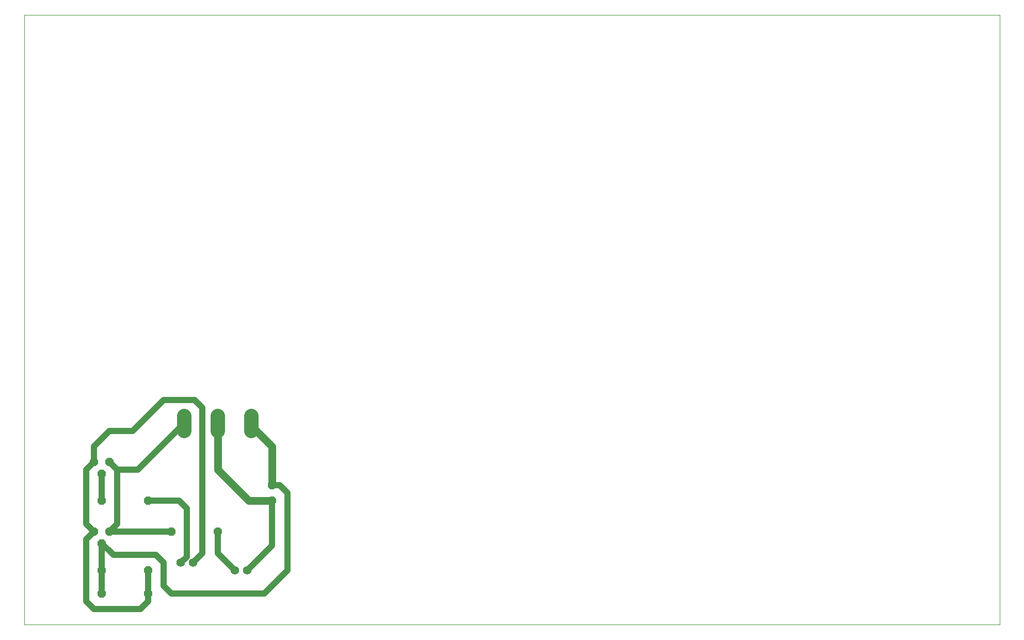
<source format=gbl>
G75*
%MOIN*%
%OFA0B0*%
%FSLAX25Y25*%
%IPPOS*%
%LPD*%
%AMOC8*
5,1,8,0,0,1.08239X$1,22.5*
%
%ADD10C,0.00000*%
%ADD11OC8,0.05200*%
%ADD12C,0.09449*%
%ADD13C,0.05543*%
%ADD14C,0.04000*%
%ADD15C,0.05000*%
D10*
X0001000Y0001000D02*
X0001000Y0394701D01*
X0630921Y0394701D01*
X0630921Y0001000D01*
X0001000Y0001000D01*
D11*
X0051000Y0021000D03*
X0051000Y0036000D03*
X0051000Y0053500D03*
X0046000Y0061000D03*
X0056000Y0061000D03*
X0051000Y0081000D03*
X0051000Y0098500D03*
X0046000Y0106000D03*
X0056000Y0106000D03*
X0081000Y0081000D03*
X0096000Y0061000D03*
X0126000Y0061000D03*
X0161000Y0081000D03*
X0161000Y0091000D03*
X0081000Y0036000D03*
X0081000Y0021000D03*
D12*
X0104346Y0126276D02*
X0104346Y0135724D01*
X0126000Y0135724D02*
X0126000Y0126276D01*
X0147654Y0126276D02*
X0147654Y0135724D01*
D13*
X0109937Y0041000D03*
X0102063Y0041000D03*
X0137063Y0036000D03*
X0144937Y0036000D03*
D14*
X0161000Y0052063D01*
X0161000Y0081000D01*
X0161000Y0091000D02*
X0166000Y0091000D01*
X0171000Y0086000D01*
X0171000Y0036000D01*
X0156000Y0021000D01*
X0096000Y0021000D01*
X0091000Y0026000D01*
X0091000Y0041000D01*
X0086000Y0046000D01*
X0058500Y0046000D01*
X0051000Y0053500D01*
X0051000Y0036000D01*
X0051000Y0021000D01*
X0041000Y0016000D02*
X0046000Y0011000D01*
X0076000Y0011000D01*
X0081000Y0016000D01*
X0081000Y0021000D01*
X0081000Y0036000D01*
X0102063Y0041000D02*
X0106000Y0044937D01*
X0106000Y0076000D01*
X0101000Y0081000D01*
X0081000Y0081000D01*
X0061000Y0066000D02*
X0056000Y0061000D01*
X0096000Y0061000D01*
X0116000Y0047063D02*
X0116000Y0141000D01*
X0111000Y0146000D01*
X0091000Y0146000D01*
X0071000Y0126000D01*
X0056000Y0126000D01*
X0046000Y0116000D01*
X0046000Y0106000D01*
X0041000Y0101000D01*
X0041000Y0066000D01*
X0046000Y0061000D01*
X0041000Y0056000D01*
X0041000Y0016000D01*
X0109937Y0041000D02*
X0116000Y0047063D01*
X0126000Y0047063D02*
X0126000Y0061000D01*
X0126000Y0047063D02*
X0137063Y0036000D01*
X0061000Y0066000D02*
X0061000Y0101000D01*
X0074346Y0101000D01*
X0104346Y0131000D01*
X0061000Y0101000D02*
X0056000Y0106000D01*
X0051000Y0098500D02*
X0051000Y0081000D01*
D15*
X0126000Y0101000D02*
X0126000Y0131000D01*
X0147654Y0131000D02*
X0147654Y0129346D01*
X0161000Y0116000D01*
X0161000Y0091000D01*
X0161000Y0081000D02*
X0146000Y0081000D01*
X0126000Y0101000D01*
M02*

</source>
